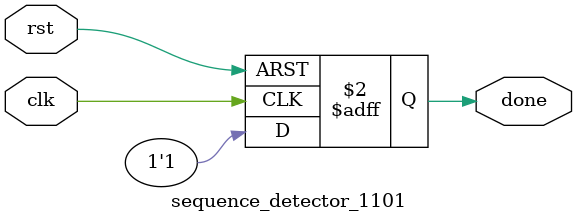
<source format=v>

module sequence_detector_1101(input clk, input rst, output reg done);
    always @(posedge clk or posedge rst) begin
        if (rst)
            done <= 0;
        else
            done <= 1;
    end
endmodule

</source>
